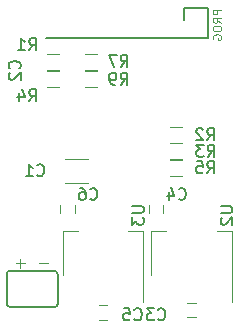
<source format=gbo>
G04 #@! TF.FileFunction,Legend,Bot*
%FSLAX46Y46*%
G04 Gerber Fmt 4.6, Leading zero omitted, Abs format (unit mm)*
G04 Created by KiCad (PCBNEW 4.0.7-e2-6376~58~ubuntu17.04.1) date Mon Dec 25 20:32:12 2017*
%MOMM*%
%LPD*%
G01*
G04 APERTURE LIST*
%ADD10C,0.100000*%
%ADD11C,0.120000*%
%ADD12C,0.152400*%
%ADD13C,0.150000*%
G04 APERTURE END LIST*
D10*
X164766667Y-105600001D02*
X164066667Y-105600001D01*
X164066667Y-105866667D01*
X164100000Y-105933334D01*
X164133333Y-105966667D01*
X164200000Y-106000001D01*
X164300000Y-106000001D01*
X164366667Y-105966667D01*
X164400000Y-105933334D01*
X164433333Y-105866667D01*
X164433333Y-105600001D01*
X164766667Y-106700001D02*
X164433333Y-106466667D01*
X164766667Y-106300001D02*
X164066667Y-106300001D01*
X164066667Y-106566667D01*
X164100000Y-106633334D01*
X164133333Y-106666667D01*
X164200000Y-106700001D01*
X164300000Y-106700001D01*
X164366667Y-106666667D01*
X164400000Y-106633334D01*
X164433333Y-106566667D01*
X164433333Y-106300001D01*
X164066667Y-107133334D02*
X164066667Y-107266667D01*
X164100000Y-107333334D01*
X164166667Y-107400001D01*
X164300000Y-107433334D01*
X164533333Y-107433334D01*
X164666667Y-107400001D01*
X164733333Y-107333334D01*
X164766667Y-107266667D01*
X164766667Y-107133334D01*
X164733333Y-107066667D01*
X164666667Y-107000001D01*
X164533333Y-106966667D01*
X164300000Y-106966667D01*
X164166667Y-107000001D01*
X164100000Y-107066667D01*
X164066667Y-107133334D01*
X164100000Y-108100000D02*
X164066667Y-108033334D01*
X164066667Y-107933334D01*
X164100000Y-107833334D01*
X164166667Y-107766667D01*
X164233333Y-107733334D01*
X164366667Y-107700000D01*
X164466667Y-107700000D01*
X164600000Y-107733334D01*
X164666667Y-107766667D01*
X164733333Y-107833334D01*
X164766667Y-107933334D01*
X164766667Y-108000000D01*
X164733333Y-108100000D01*
X164700000Y-108133334D01*
X164466667Y-108133334D01*
X164466667Y-108000000D01*
X147369048Y-127071429D02*
X148130953Y-127071429D01*
X147750001Y-127452381D02*
X147750001Y-126690476D01*
X149369048Y-127071429D02*
X150130953Y-127071429D01*
D11*
X153500000Y-120270000D02*
X151500000Y-120270000D01*
X151500000Y-118230000D02*
X153500000Y-118230000D01*
X162600000Y-130400000D02*
X161900000Y-130400000D01*
X161900000Y-131600000D02*
X162600000Y-131600000D01*
X158650000Y-122150000D02*
X158650000Y-122850000D01*
X159850000Y-122850000D02*
X159850000Y-122150000D01*
X155100000Y-130650000D02*
X154400000Y-130650000D01*
X154400000Y-131850000D02*
X155100000Y-131850000D01*
X151150000Y-122150000D02*
X151150000Y-122850000D01*
X152350000Y-122850000D02*
X152350000Y-122150000D01*
X150000000Y-110680000D02*
X151000000Y-110680000D01*
X151000000Y-109320000D02*
X150000000Y-109320000D01*
X161409000Y-115525000D02*
X160409000Y-115525000D01*
X160409000Y-116885000D02*
X161409000Y-116885000D01*
X161409000Y-116922000D02*
X160409000Y-116922000D01*
X160409000Y-118282000D02*
X161409000Y-118282000D01*
X149995000Y-112186000D02*
X150995000Y-112186000D01*
X150995000Y-110826000D02*
X149995000Y-110826000D01*
X161409000Y-118319000D02*
X160409000Y-118319000D01*
X160409000Y-119679000D02*
X161409000Y-119679000D01*
X154250000Y-109320000D02*
X153250000Y-109320000D01*
X153250000Y-110680000D02*
X154250000Y-110680000D01*
X154250000Y-110820000D02*
X153250000Y-110820000D01*
X153250000Y-112180000D02*
X154250000Y-112180000D01*
X158840000Y-124340000D02*
X160100000Y-124340000D01*
X165660000Y-124340000D02*
X164400000Y-124340000D01*
X158840000Y-128100000D02*
X158840000Y-124340000D01*
X165660000Y-130350000D02*
X165660000Y-124340000D01*
X151340000Y-124340000D02*
X152600000Y-124340000D01*
X158160000Y-124340000D02*
X156900000Y-124340000D01*
X151340000Y-128100000D02*
X151340000Y-124340000D01*
X158160000Y-130350000D02*
X158160000Y-124340000D01*
D12*
X150655000Y-127726000D02*
X146845000Y-127726000D01*
X150909000Y-130520000D02*
G75*
G02X150655000Y-130774000I-254000J0D01*
G01*
X146845000Y-130774000D02*
G75*
G02X146591000Y-130520000I0J254000D01*
G01*
X146845000Y-127726000D02*
G75*
G03X146591000Y-127980000I0J-254000D01*
G01*
X150909000Y-127980000D02*
G75*
G03X150655000Y-127726000I-254000J0D01*
G01*
X150909000Y-127980000D02*
X150909000Y-130520000D01*
X146591000Y-127980000D02*
X146591000Y-130520000D01*
X146845000Y-130774000D02*
X150655000Y-130774000D01*
D13*
X149900000Y-108016000D02*
X163616000Y-108016000D01*
X163616000Y-108016000D02*
X163616000Y-105476000D01*
X163616000Y-105476000D02*
X161584000Y-105476000D01*
X161584000Y-105476000D02*
X161584000Y-106492000D01*
X149166666Y-119607143D02*
X149214285Y-119654762D01*
X149357142Y-119702381D01*
X149452380Y-119702381D01*
X149595238Y-119654762D01*
X149690476Y-119559524D01*
X149738095Y-119464286D01*
X149785714Y-119273810D01*
X149785714Y-119130952D01*
X149738095Y-118940476D01*
X149690476Y-118845238D01*
X149595238Y-118750000D01*
X149452380Y-118702381D01*
X149357142Y-118702381D01*
X149214285Y-118750000D01*
X149166666Y-118797619D01*
X148214285Y-119702381D02*
X148785714Y-119702381D01*
X148500000Y-119702381D02*
X148500000Y-118702381D01*
X148595238Y-118845238D01*
X148690476Y-118940476D01*
X148785714Y-118988095D01*
X147677143Y-110577334D02*
X147724762Y-110529715D01*
X147772381Y-110386858D01*
X147772381Y-110291620D01*
X147724762Y-110148762D01*
X147629524Y-110053524D01*
X147534286Y-110005905D01*
X147343810Y-109958286D01*
X147200952Y-109958286D01*
X147010476Y-110005905D01*
X146915238Y-110053524D01*
X146820000Y-110148762D01*
X146772381Y-110291620D01*
X146772381Y-110386858D01*
X146820000Y-110529715D01*
X146867619Y-110577334D01*
X146867619Y-110958286D02*
X146820000Y-111005905D01*
X146772381Y-111101143D01*
X146772381Y-111339239D01*
X146820000Y-111434477D01*
X146867619Y-111482096D01*
X146962857Y-111529715D01*
X147058095Y-111529715D01*
X147200952Y-111482096D01*
X147772381Y-110910667D01*
X147772381Y-111529715D01*
X159416666Y-131807143D02*
X159464285Y-131854762D01*
X159607142Y-131902381D01*
X159702380Y-131902381D01*
X159845238Y-131854762D01*
X159940476Y-131759524D01*
X159988095Y-131664286D01*
X160035714Y-131473810D01*
X160035714Y-131330952D01*
X159988095Y-131140476D01*
X159940476Y-131045238D01*
X159845238Y-130950000D01*
X159702380Y-130902381D01*
X159607142Y-130902381D01*
X159464285Y-130950000D01*
X159416666Y-130997619D01*
X159083333Y-130902381D02*
X158464285Y-130902381D01*
X158797619Y-131283333D01*
X158654761Y-131283333D01*
X158559523Y-131330952D01*
X158511904Y-131378571D01*
X158464285Y-131473810D01*
X158464285Y-131711905D01*
X158511904Y-131807143D01*
X158559523Y-131854762D01*
X158654761Y-131902381D01*
X158940476Y-131902381D01*
X159035714Y-131854762D01*
X159083333Y-131807143D01*
X161166666Y-121607143D02*
X161214285Y-121654762D01*
X161357142Y-121702381D01*
X161452380Y-121702381D01*
X161595238Y-121654762D01*
X161690476Y-121559524D01*
X161738095Y-121464286D01*
X161785714Y-121273810D01*
X161785714Y-121130952D01*
X161738095Y-120940476D01*
X161690476Y-120845238D01*
X161595238Y-120750000D01*
X161452380Y-120702381D01*
X161357142Y-120702381D01*
X161214285Y-120750000D01*
X161166666Y-120797619D01*
X160309523Y-121035714D02*
X160309523Y-121702381D01*
X160547619Y-120654762D02*
X160785714Y-121369048D01*
X160166666Y-121369048D01*
X157416666Y-131807143D02*
X157464285Y-131854762D01*
X157607142Y-131902381D01*
X157702380Y-131902381D01*
X157845238Y-131854762D01*
X157940476Y-131759524D01*
X157988095Y-131664286D01*
X158035714Y-131473810D01*
X158035714Y-131330952D01*
X157988095Y-131140476D01*
X157940476Y-131045238D01*
X157845238Y-130950000D01*
X157702380Y-130902381D01*
X157607142Y-130902381D01*
X157464285Y-130950000D01*
X157416666Y-130997619D01*
X156511904Y-130902381D02*
X156988095Y-130902381D01*
X157035714Y-131378571D01*
X156988095Y-131330952D01*
X156892857Y-131283333D01*
X156654761Y-131283333D01*
X156559523Y-131330952D01*
X156511904Y-131378571D01*
X156464285Y-131473810D01*
X156464285Y-131711905D01*
X156511904Y-131807143D01*
X156559523Y-131854762D01*
X156654761Y-131902381D01*
X156892857Y-131902381D01*
X156988095Y-131854762D01*
X157035714Y-131807143D01*
X153666666Y-121607143D02*
X153714285Y-121654762D01*
X153857142Y-121702381D01*
X153952380Y-121702381D01*
X154095238Y-121654762D01*
X154190476Y-121559524D01*
X154238095Y-121464286D01*
X154285714Y-121273810D01*
X154285714Y-121130952D01*
X154238095Y-120940476D01*
X154190476Y-120845238D01*
X154095238Y-120750000D01*
X153952380Y-120702381D01*
X153857142Y-120702381D01*
X153714285Y-120750000D01*
X153666666Y-120797619D01*
X152809523Y-120702381D02*
X153000000Y-120702381D01*
X153095238Y-120750000D01*
X153142857Y-120797619D01*
X153238095Y-120940476D01*
X153285714Y-121130952D01*
X153285714Y-121511905D01*
X153238095Y-121607143D01*
X153190476Y-121654762D01*
X153095238Y-121702381D01*
X152904761Y-121702381D01*
X152809523Y-121654762D01*
X152761904Y-121607143D01*
X152714285Y-121511905D01*
X152714285Y-121273810D01*
X152761904Y-121178571D01*
X152809523Y-121130952D01*
X152904761Y-121083333D01*
X153095238Y-121083333D01*
X153190476Y-121130952D01*
X153238095Y-121178571D01*
X153285714Y-121273810D01*
X148502666Y-109037381D02*
X148836000Y-108561190D01*
X149074095Y-109037381D02*
X149074095Y-108037381D01*
X148693142Y-108037381D01*
X148597904Y-108085000D01*
X148550285Y-108132619D01*
X148502666Y-108227857D01*
X148502666Y-108370714D01*
X148550285Y-108465952D01*
X148597904Y-108513571D01*
X148693142Y-108561190D01*
X149074095Y-108561190D01*
X147550285Y-109037381D02*
X148121714Y-109037381D01*
X147836000Y-109037381D02*
X147836000Y-108037381D01*
X147931238Y-108180238D01*
X148026476Y-108275476D01*
X148121714Y-108323095D01*
X163575666Y-116657381D02*
X163909000Y-116181190D01*
X164147095Y-116657381D02*
X164147095Y-115657381D01*
X163766142Y-115657381D01*
X163670904Y-115705000D01*
X163623285Y-115752619D01*
X163575666Y-115847857D01*
X163575666Y-115990714D01*
X163623285Y-116085952D01*
X163670904Y-116133571D01*
X163766142Y-116181190D01*
X164147095Y-116181190D01*
X163194714Y-115752619D02*
X163147095Y-115705000D01*
X163051857Y-115657381D01*
X162813761Y-115657381D01*
X162718523Y-115705000D01*
X162670904Y-115752619D01*
X162623285Y-115847857D01*
X162623285Y-115943095D01*
X162670904Y-116085952D01*
X163242333Y-116657381D01*
X162623285Y-116657381D01*
X163615666Y-118054381D02*
X163949000Y-117578190D01*
X164187095Y-118054381D02*
X164187095Y-117054381D01*
X163806142Y-117054381D01*
X163710904Y-117102000D01*
X163663285Y-117149619D01*
X163615666Y-117244857D01*
X163615666Y-117387714D01*
X163663285Y-117482952D01*
X163710904Y-117530571D01*
X163806142Y-117578190D01*
X164187095Y-117578190D01*
X163282333Y-117054381D02*
X162663285Y-117054381D01*
X162996619Y-117435333D01*
X162853761Y-117435333D01*
X162758523Y-117482952D01*
X162710904Y-117530571D01*
X162663285Y-117625810D01*
X162663285Y-117863905D01*
X162710904Y-117959143D01*
X162758523Y-118006762D01*
X162853761Y-118054381D01*
X163139476Y-118054381D01*
X163234714Y-118006762D01*
X163282333Y-117959143D01*
X148502666Y-113355381D02*
X148836000Y-112879190D01*
X149074095Y-113355381D02*
X149074095Y-112355381D01*
X148693142Y-112355381D01*
X148597904Y-112403000D01*
X148550285Y-112450619D01*
X148502666Y-112545857D01*
X148502666Y-112688714D01*
X148550285Y-112783952D01*
X148597904Y-112831571D01*
X148693142Y-112879190D01*
X149074095Y-112879190D01*
X147645523Y-112688714D02*
X147645523Y-113355381D01*
X147883619Y-112307762D02*
X148121714Y-113022048D01*
X147502666Y-113022048D01*
X163575666Y-119451381D02*
X163909000Y-118975190D01*
X164147095Y-119451381D02*
X164147095Y-118451381D01*
X163766142Y-118451381D01*
X163670904Y-118499000D01*
X163623285Y-118546619D01*
X163575666Y-118641857D01*
X163575666Y-118784714D01*
X163623285Y-118879952D01*
X163670904Y-118927571D01*
X163766142Y-118975190D01*
X164147095Y-118975190D01*
X162670904Y-118451381D02*
X163147095Y-118451381D01*
X163194714Y-118927571D01*
X163147095Y-118879952D01*
X163051857Y-118832333D01*
X162813761Y-118832333D01*
X162718523Y-118879952D01*
X162670904Y-118927571D01*
X162623285Y-119022810D01*
X162623285Y-119260905D01*
X162670904Y-119356143D01*
X162718523Y-119403762D01*
X162813761Y-119451381D01*
X163051857Y-119451381D01*
X163147095Y-119403762D01*
X163194714Y-119356143D01*
X156249666Y-110434381D02*
X156583000Y-109958190D01*
X156821095Y-110434381D02*
X156821095Y-109434381D01*
X156440142Y-109434381D01*
X156344904Y-109482000D01*
X156297285Y-109529619D01*
X156249666Y-109624857D01*
X156249666Y-109767714D01*
X156297285Y-109862952D01*
X156344904Y-109910571D01*
X156440142Y-109958190D01*
X156821095Y-109958190D01*
X155916333Y-109434381D02*
X155249666Y-109434381D01*
X155678238Y-110434381D01*
X156249666Y-111958381D02*
X156583000Y-111482190D01*
X156821095Y-111958381D02*
X156821095Y-110958381D01*
X156440142Y-110958381D01*
X156344904Y-111006000D01*
X156297285Y-111053619D01*
X156249666Y-111148857D01*
X156249666Y-111291714D01*
X156297285Y-111386952D01*
X156344904Y-111434571D01*
X156440142Y-111482190D01*
X156821095Y-111482190D01*
X155773476Y-111958381D02*
X155583000Y-111958381D01*
X155487761Y-111910762D01*
X155440142Y-111863143D01*
X155344904Y-111720286D01*
X155297285Y-111529810D01*
X155297285Y-111148857D01*
X155344904Y-111053619D01*
X155392523Y-111006000D01*
X155487761Y-110958381D01*
X155678238Y-110958381D01*
X155773476Y-111006000D01*
X155821095Y-111053619D01*
X155868714Y-111148857D01*
X155868714Y-111386952D01*
X155821095Y-111482190D01*
X155773476Y-111529810D01*
X155678238Y-111577429D01*
X155487761Y-111577429D01*
X155392523Y-111529810D01*
X155344904Y-111482190D01*
X155297285Y-111386952D01*
X164702381Y-122238095D02*
X165511905Y-122238095D01*
X165607143Y-122285714D01*
X165654762Y-122333333D01*
X165702381Y-122428571D01*
X165702381Y-122619048D01*
X165654762Y-122714286D01*
X165607143Y-122761905D01*
X165511905Y-122809524D01*
X164702381Y-122809524D01*
X164797619Y-123238095D02*
X164750000Y-123285714D01*
X164702381Y-123380952D01*
X164702381Y-123619048D01*
X164750000Y-123714286D01*
X164797619Y-123761905D01*
X164892857Y-123809524D01*
X164988095Y-123809524D01*
X165130952Y-123761905D01*
X165702381Y-123190476D01*
X165702381Y-123809524D01*
X157202381Y-122238095D02*
X158011905Y-122238095D01*
X158107143Y-122285714D01*
X158154762Y-122333333D01*
X158202381Y-122428571D01*
X158202381Y-122619048D01*
X158154762Y-122714286D01*
X158107143Y-122761905D01*
X158011905Y-122809524D01*
X157202381Y-122809524D01*
X157202381Y-123190476D02*
X157202381Y-123809524D01*
X157583333Y-123476190D01*
X157583333Y-123619048D01*
X157630952Y-123714286D01*
X157678571Y-123761905D01*
X157773810Y-123809524D01*
X158011905Y-123809524D01*
X158107143Y-123761905D01*
X158154762Y-123714286D01*
X158202381Y-123619048D01*
X158202381Y-123333333D01*
X158154762Y-123238095D01*
X158107143Y-123190476D01*
M02*

</source>
